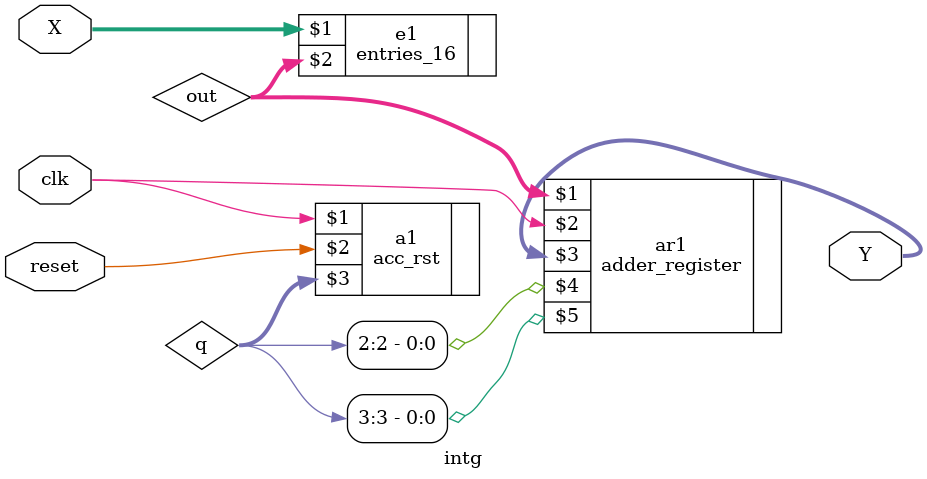
<source format=v>
module intg(reset,clk,X,Y);
  input clk,reset;
  input [3:0] X;
  output[12:0] Y;
  wire [8:0] out;
  wire [3:0]q;
  //wire acc_rst1,acc_rst2;
  
  acc_rst a1(clk,reset,q);
  entries_16 e1(X,out);
  adder_register ar1(out,clk,Y,q[2],q[3]);

endmodule  

</source>
